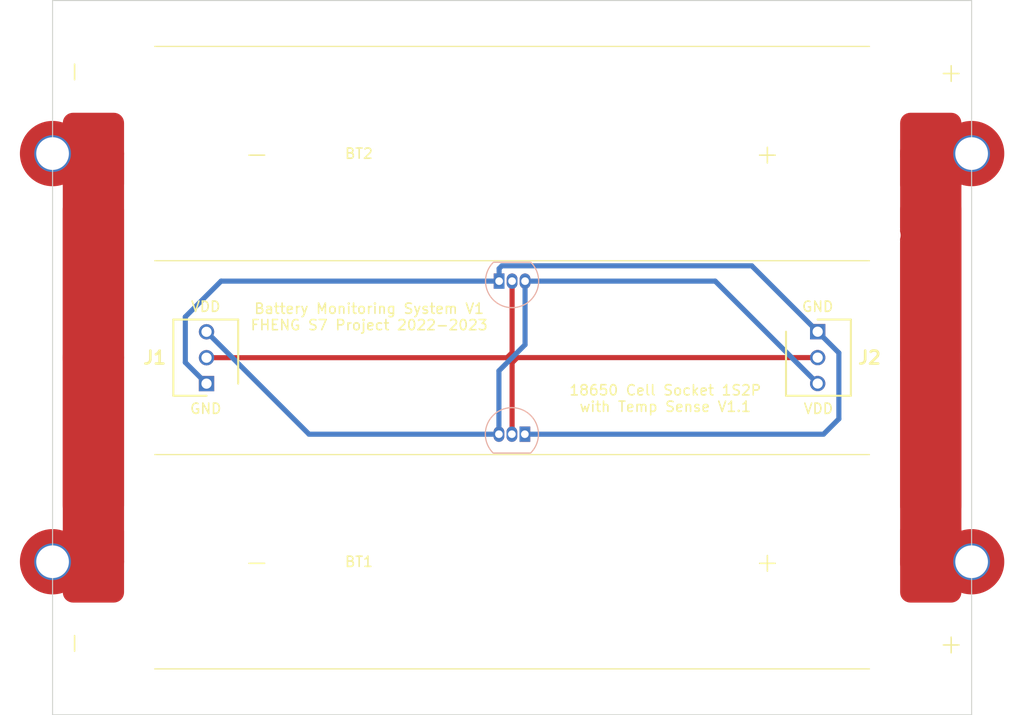
<source format=kicad_pcb>
(kicad_pcb (version 20211014) (generator pcbnew)
  (layers (0 "F.Cu" signal) (31 "B.Cu" signal) (34 "B.Paste" user) (35 "F.Paste" user) (36 "B.SilkS" user "B.Silkscreen") (37 "F.SilkS" user "F.Silkscreen") (38 "B.Mask" user) (39 "F.Mask" user) (44 "Edge.Cuts" user))
  (net 0 "")
  (net 1 "Net-(BT1-Pad1)")
  (net 2 "Net-(BT1-Pad2)")
  (net 3 "/GND")
  (net 4 "/DQ")
  (net 5 "/VDD")
  (footprint "MountingHole:MountingHole_3.2mm_M3_Pad_TopOnly" (layer "F.Cu") (at 290 115)
    (fp_text reference "H2" hide)
    (fp_text value "MountingHole")
    (pad "1" connect circle (at 0 0) (size 6.4 6.4) (layers "F.Cu" "F.Mask") (net 1 "Net-(BT1-Pad1)"))
    (pad "1" thru_hole circle (at 0 0) (size 3.6 3.6) (drill 3.2) (layers *.Cu *.Mask) (net 1 "Net-(BT1-Pad1)"))
  )
  (footprint "MountingHole:MountingHole_2.1mm" (layer "F.Cu") (at 372 163)
    (fp_text reference "REF**" hide)
    (fp_text value "MountingHole_2.1mm")
    (pad "" np_thru_hole circle (at 0 0) (size 2.1 2.1) (drill 2.1) (layers *.Cu *.Mask))
  )
  (footprint "SamacSys_Parts:SHDR3W82P0X254_1X3_747X635X818P" (layer "F.Cu") (at 305.075 137.545 90)
    (fp_text reference "J2" (at 2.545 64.925 180) (layer "F.SilkS") (effects (font (size 1.27 1.27) (thickness 0.254))))
    (fp_text value "22-23-2031" hide)
    (fp_line (start 6.28 3.1) (end 6.28 -3.25) (layer "F.SilkS") (width 0.2))
    (fp_line (start 6.28 -3.25) (end -1.19 -3.25) (layer "F.SilkS") (width 0.2))
    (fp_line (start -1.19 -3.25) (end -1.19 0) (layer "F.SilkS") (width 0.2))
    (fp_line (start 0 3.1) (end 6.28 3.1) (layer "F.SilkS") (width 0.2))
    (pad "1" thru_hole rect locked (at 0 0 90) (size 1.5 1.5) (drill 1) (layers *.Cu *.Mask) (net 3 "/GND"))
    (pad "2" thru_hole circle locked (at 2.54 0 90) (size 1.5 1.5) (drill 1) (layers *.Cu *.Mask) (net 4 "/DQ"))
    (pad "3" thru_hole circle locked (at 5.08 0 90) (size 1.5 1.5) (drill 1) (layers *.Cu *.Mask) (net 5 "/VDD"))
  )
  (footprint "ElSpaghsionne:ElBatterinoMounterino" (layer "F.Cu") (at 335 155)
    (fp_text reference "BT1" (at -15 0 unlocked) (layer "F.SilkS"))
    (fp_text value "Battery_Cell")
    (fp_line (start -35 -10.5) (end 35 -10.5) (layer "F.SilkS") (width 0.12))
    (fp_line (start 35 10.5) (end -35 10.5) (layer "F.SilkS") (width 0.12))
    (pad "1" smd roundrect (at -41 0) (size 6 8) (layers "F.Cu" "F.Paste" "F.Mask") (roundrect_rratio 0.1666666667) (net 1 "Net-(BT1-Pad1)"))
    (pad "2" smd roundrect (at 41 0) (size 6 8) (layers "F.Cu" "F.Paste" "F.Mask") (roundrect_rratio 0.1666666667) (net 2 "Net-(BT1-Pad2)"))
  )
  (footprint "MountingHole:MountingHole_8.4mm_M8" (layer "F.Cu") (at 335 155)
    (fp_text reference "REF**" hide)
    (fp_text value "MountingHole_8.4mm_M8")
    (pad "" np_thru_hole circle (at 0 0) (size 8.4 8.4) (drill 8.4) (layers *.Cu *.Mask))
  )
  (footprint "ElSpaghsionne:ElBatterinoMounterino" (layer "F.Cu") (at 335 115)
    (fp_text reference "BT2" (at -15 0 unlocked) (layer "F.SilkS"))
    (fp_text value "Battery_Cell")
    (fp_line (start -35 -10.5) (end 35 -10.5) (layer "F.SilkS") (width 0.12))
    (fp_line (start 35 10.5) (end -35 10.5) (layer "F.SilkS") (width 0.12))
    (pad "1" smd roundrect (at -41 0) (size 6 8) (layers "F.Cu" "F.Paste" "F.Mask") (roundrect_rratio 0.1666666667) (net 1 "Net-(BT1-Pad1)"))
    (pad "2" smd roundrect (at 41 0) (size 6 8) (layers "F.Cu" "F.Paste" "F.Mask") (roundrect_rratio 0.1666666667) (net 2 "Net-(BT1-Pad2)"))
  )
  (footprint "MountingHole:MountingHole_3.2mm_M3_Pad_TopOnly" (layer "F.Cu") (at 380 155)
    (fp_text reference "H3" hide)
    (fp_text value "MountingHole")
    (pad "1" thru_hole circle (at 0 0) (size 3.6 3.6) (drill 3.2) (layers *.Cu *.Mask) (net 2 "Net-(BT1-Pad2)"))
    (pad "1" connect circle (at 0 0) (size 6.4 6.4) (layers "F.Cu" "F.Mask") (net 2 "Net-(BT1-Pad2)"))
  )
  (footprint "MountingHole:MountingHole_8.4mm_M8" (layer "F.Cu") (at 335 115)
    (fp_text reference "REF**" hide)
    (fp_text value "MountingHole_8.4mm_M8")
    (pad "" np_thru_hole circle (at 0 0) (size 8.4 8.4) (drill 8.4) (layers *.Cu *.Mask))
  )
  (footprint "MountingHole:MountingHole_3.2mm_M3_Pad_TopOnly" (layer "F.Cu") (at 290 155)
    (fp_text reference "H1" hide)
    (fp_text value "MountingHole")
    (pad "1" connect circle (at 0 0) (size 6.4 6.4) (layers "F.Cu" "F.Mask") (net 1 "Net-(BT1-Pad1)"))
    (pad "1" thru_hole circle (at 0 0) (size 3.6 3.6) (drill 3.2) (layers *.Cu *.Mask) (net 1 "Net-(BT1-Pad1)"))
  )
  (footprint "MountingHole:MountingHole_2.1mm" (layer "F.Cu") (at 372 123)
    (fp_text reference "REF**" hide)
    (fp_text value "MountingHole_2.1mm")
    (pad "" np_thru_hole circle (at 0 0) (size 2.1 2.1) (drill 2.1) (layers *.Cu *.Mask))
  )
  (footprint "MountingHole:MountingHole_3.2mm_M3_Pad_TopOnly" (layer "F.Cu") (at 380 115)
    (fp_text reference "H4" hide)
    (fp_text value "MountingHole")
    (pad "1" connect circle (at 0 0) (size 6.4 6.4) (layers "F.Cu" "F.Mask") (net 2 "Net-(BT1-Pad2)"))
    (pad "1" thru_hole circle (at 0 0) (size 3.6 3.6) (drill 3.2) (layers *.Cu *.Mask) (net 2 "Net-(BT1-Pad2)"))
  )
  (footprint "SamacSys_Parts:SHDR3W82P0X254_1X3_747X635X818P" (layer "F.Cu") (at 364.925 132.455 -90)
    (fp_text reference "J1" (at 2.545 64.925 180) (layer "F.SilkS") (effects (font (size 1.27 1.27) (thickness 0.254))))
    (fp_text value "22-23-2031" hide)
    (fp_line (start 6.28 3.1) (end 6.28 -3.25) (layer "F.SilkS") (width 0.2))
    (fp_line (start 0 3.1) (end 6.28 3.1) (layer "F.SilkS") (width 0.2))
    (fp_line (start 6.28 -3.25) (end -1.19 -3.25) (layer "F.SilkS") (width 0.2))
    (fp_line (start -1.19 -3.25) (end -1.19 0) (layer "F.SilkS") (width 0.2))
    (pad "1" thru_hole rect locked (at 0 0 270) (size 1.5 1.5) (drill 1) (layers *.Cu *.Mask) (net 3 "/GND"))
    (pad "2" thru_hole circle locked (at 2.54 0 270) (size 1.5 1.5) (drill 1) (layers *.Cu *.Mask) (net 4 "/DQ"))
    (pad "3" thru_hole circle locked (at 5.08 0 270) (size 1.5 1.5) (drill 1) (layers *.Cu *.Mask) (net 5 "/VDD"))
  )
  (footprint "ElSpaghsionne:Long Long Pad" (layer "F.Cu") (at 294 135 90)
    (fp_text reference "H5" hide)
    (fp_text value "MountingHole")
    (pad "1" smd roundrect (at 0 0 90) (size 32 6) (layers "F.Cu" "F.Paste" "F.Mask") (net 1 "Net-(BT1-Pad1)"))
  )
  (footprint "ElSpaghsionne:Long Long Pad" (layer "F.Cu") (at 376 135 90)
    (fp_text reference "H6" hide)
    (fp_text value "MountingHole")
    (pad "1" smd roundrect (at 0 0 90) (size 32 6) (layers "F.Cu" "F.Paste" "F.Mask") (net 2 "Net-(BT1-Pad2)"))
  )
  (footprint "Package_TO_SOT_THT:TO-92_Inline" (layer "B.Cu") (at 333.73 127.5)
    (fp_text reference "U2" hide)
    (fp_text value "DS18B20")
    (fp_line (start -0.53 -1.85) (end 3.07 -1.85) (layer "B.SilkS") (width 0.12))
    (fp_arc (start 1.27 2.6) (mid -1.132087 0.994977) (end -0.568478 -1.838478) (layer "B.SilkS") (width 0.12))
    (fp_arc (start 3.108478 -1.838478) (mid 3.672087 0.994977) (end 1.27 2.6) (layer "B.SilkS") (width 0.12))
    (pad "1" thru_hole rect (at 0 0) (size 1.05 1.5) (drill 0.75) (layers *.Cu *.Mask) (net 3 "/GND"))
    (pad "2" thru_hole oval (at 1.27 0) (size 1.05 1.5) (drill 0.75) (layers *.Cu *.Mask) (net 4 "/DQ"))
    (pad "3" thru_hole oval (at 2.54 0) (size 1.05 1.5) (drill 0.75) (layers *.Cu *.Mask) (net 5 "/VDD"))
  )
  (footprint "Package_TO_SOT_THT:TO-92_Inline" (layer "B.Cu") (at 336.25 142.5 180)
    (fp_text reference "U1" hide)
    (fp_text value "DS18B20")
    (fp_line (start -0.53 -1.85) (end 3.07 -1.85) (layer "B.SilkS") (width 0.12))
    (fp_arc (start 1.27 2.6) (mid -1.132087 0.994977) (end -0.568478 -1.838478) (layer "B.SilkS") (width 0.12))
    (fp_arc (start 3.108478 -1.838478) (mid 3.672087 0.994977) (end 1.27 2.6) (layer "B.SilkS") (width 0.12))
    (pad "1" thru_hole rect (at 0 0 180) (size 1.05 1.5) (drill 0.75) (layers *.Cu *.Mask) (net 3 "/GND"))
    (pad "2" thru_hole oval (at 1.27 0 180) (size 1.05 1.5) (drill 0.75) (layers *.Cu *.Mask) (net 4 "/DQ"))
    (pad "3" thru_hole oval (at 2.54 0 180) (size 1.05 1.5) (drill 0.75) (layers *.Cu *.Mask) (net 5 "/VDD"))
  )
  (gr_line (start 290 170) (end 290 100) (layer "Edge.Cuts") (width 0.1))
  (gr_line (start 380 100) (end 380 170) (layer "Edge.Cuts") (width 0.1))
  (gr_line (start 290 100) (end 380 100) (layer "Edge.Cuts") (width 0.1))
  (gr_line (start 380 170) (end 290 170) (layer "Edge.Cuts") (width 0.1))
  (gr_text "+" (at 378 107) (layer "F.SilkS") (effects (font (size 2 2))))
  (gr_text "VDD" (at 365 140) (layer "F.SilkS") (effects (font (size 1 1))))
  (gr_text "+" (at 360 155) (layer "F.SilkS") (effects (font (size 2 2))))
  (gr_text "VDD" (at 305 130) (layer "F.SilkS") (effects (font (size 1 1))))
  (gr_text "GND" (at 305 140) (layer "F.SilkS") (effects (font (size 1 1))))
  (gr_text "+" (at 378 163) (layer "F.SilkS") (effects (font (size 2 2))))
  (gr_text "-" (at 310 155) (layer "F.SilkS") (effects (font (size 2 2))))
  (gr_text "-" (at 310 115) (layer "F.SilkS") (effects (font (size 2 2))))
  (gr_text "Battery Monitoring System V1\nFHENG S7 Project 2022-2023" (at 321 131) (layer "F.SilkS") (effects (font (size 1 1))))
  (gr_text "-" (at 292 163 90) (layer "F.SilkS") (effects (font (size 2 2))))
  (gr_text "GND" (at 364.925 130) (layer "F.SilkS") (effects (font (size 1 1))))
  (gr_text "-" (at 292 107 90) (layer "F.SilkS") (effects (font (size 2 2))))
  (gr_text "+" (at 360 115) (layer "F.SilkS") (effects (font (size 2 2))))
  (gr_text "18650 Cell Socket 1S2P\nwith Temp Sense V1.1" (at 350 139) (layer "F.SilkS") (effects (font (size 1 1))))
  (segment (start 294 115) (end 294 135) (width 6) (layer "F.Cu") (net 1))
  (segment (start 294 115) (end 293 115) (width 6) (layer "F.Cu") (net 1))
  (segment (start 294 155) (end 294 135) (width 6) (layer "F.Cu") (net 1))
  (segment (start 294 155) (end 293 155) (width 6) (layer "F.Cu") (net 1))
  (segment (start 376 115) (end 377 115) (width 6) (layer "F.Cu") (net 2))
  (segment (start 376 135) (end 376 115) (width 6) (layer "F.Cu") (net 2))
  (segment (start 376 155) (end 376 135) (width 6) (layer "F.Cu") (net 2))
  (segment (start 376 155) (end 377 155) (width 6) (layer "F.Cu") (net 2))
  (segment (start 303 135.47) (end 305.075 137.545) (width 0.5) (layer "B.Cu") (net 3))
  (segment (start 334 126) (end 358.47 126) (width 0.5) (layer "B.Cu") (net 3))
  (segment (start 333.73 126.27) (end 334 126) (width 0.5) (layer "B.Cu") (net 3))
  (segment (start 306.5 127.5) (end 303 131) (width 0.5) (layer "B.Cu") (net 3))
  (segment (start 333.73 127.5) (end 333.73 126.27) (width 0.5) (layer "B.Cu") (net 3))
  (segment (start 364.925 132.455) (end 367 134.53) (width 0.5) (layer "B.Cu") (net 3))
  (segment (start 367 141) (end 365.5 142.5) (width 0.5) (layer "B.Cu") (net 3))
  (segment (start 303 131) (end 303 135.47) (width 0.5) (layer "B.Cu") (net 3))
  (segment (start 367 134.53) (end 367 141) (width 0.5) (layer "B.Cu") (net 3))
  (segment (start 358.47 126) (end 364.925 132.455) (width 0.5) (layer "B.Cu") (net 3))
  (segment (start 365.5 142.5) (end 336.25 142.5) (width 0.5) (layer "B.Cu") (net 3))
  (segment (start 333.73 127.5) (end 306.5 127.5) (width 0.5) (layer "B.Cu") (net 3))
  (segment (start 335 135.5) (end 335 142.48) (width 0.5) (layer "F.Cu") (net 4))
  (segment (start 334.995 135.005) (end 335 135) (width 0.5) (layer "F.Cu") (net 4))
  (segment (start 335 127.5) (end 335 134.5) (width 0.5) (layer "F.Cu") (net 4))
  (segment (start 305.075 135.005) (end 334.505 135.005) (width 0.5) (layer "F.Cu") (net 4))
  (segment (start 335 134.5) (end 335 134.51) (width 0.5) (layer "F.Cu") (net 4))
  (segment (start 335.005 134.995) (end 335.495 134.995) (width 0.5) (layer "F.Cu") (net 4))
  (segment (start 335.495 135.005) (end 335.495 134.995) (width 0.5) (layer "F.Cu") (net 4))
  (segment (start 335 134.5) (end 335 135) (width 0.5) (layer "F.Cu") (net 4))
  (segment (start 335 135.5) (end 335.495 135.005) (width 0.5) (layer "F.Cu") (net 4))
  (segment (start 335 135) (end 335 135.5) (width 0.5) (layer "F.Cu") (net 4))
  (segment (start 334.505 135.005) (end 334.995 135.005) (width 0.5) (layer "F.Cu") (net 4))
  (segment (start 334.505 135.005) (end 335 135.5) (width 0.5) (layer "F.Cu") (net 4))
  (segment (start 335 135) (end 335.005 134.995) (width 0.5) (layer "F.Cu") (net 4))
  (segment (start 335.495 134.995) (end 335 134.5) (width 0.5) (layer "F.Cu") (net 4))
  (segment (start 335 134.51) (end 334.505 135.005) (width 0.5) (layer "F.Cu") (net 4))
  (segment (start 335 142.48) (end 334.98 142.5) (width 0.5) (layer "F.Cu") (net 4))
  (segment (start 335.495 134.995) (end 364.925 134.995) (width 0.5) (layer "F.Cu") (net 4))
  (segment (start 364.915 135.005) (end 364.925 134.995) (width 0.5) (layer "B.Cu") (net 4))
  (segment (start 335 142.48) (end 334.98 142.5) (width 0.5) (layer "B.Cu") (net 4))
  (segment (start 336.27 127.5) (end 336.27 133.73) (width 0.5) (layer "B.Cu") (net 5))
  (segment (start 315.11 142.5) (end 305.075 132.465) (width 0.5) (layer "B.Cu") (net 5))
  (segment (start 333.71 136.29) (end 333.71 142.5) (width 0.5) (layer "B.Cu") (net 5))
  (segment (start 354.89 127.5) (end 364.925 137.535) (width 0.5) (layer "B.Cu") (net 5))
  (segment (start 333.71 142.5) (end 315.11 142.5) (width 0.5) (layer "B.Cu") (net 5))
  (segment (start 336.27 127.5) (end 336.27 127.166142) (width 0.5) (layer "B.Cu") (net 5))
  (segment (start 336.27 127.5) (end 354.89 127.5) (width 0.5) (layer "B.Cu") (net 5))
  (segment (start 336.27 133.73) (end 333.71 136.29) (width 0.5) (layer "B.Cu") (net 5))
)
</source>
